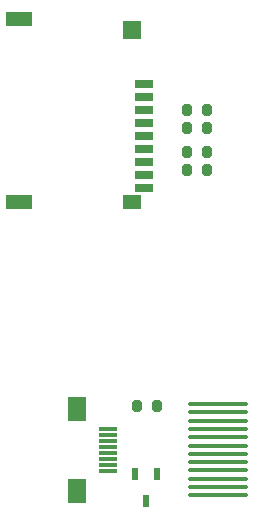
<source format=gbp>
%TF.GenerationSoftware,KiCad,Pcbnew,(6.0.7)*%
%TF.CreationDate,2022-08-03T19:32:55+08:00*%
%TF.ProjectId,Egret,45677265-742e-46b6-9963-61645f706362,rev?*%
%TF.SameCoordinates,Original*%
%TF.FileFunction,Paste,Bot*%
%TF.FilePolarity,Positive*%
%FSLAX46Y46*%
G04 Gerber Fmt 4.6, Leading zero omitted, Abs format (unit mm)*
G04 Created by KiCad (PCBNEW (6.0.7)) date 2022-08-03 19:32:55*
%MOMM*%
%LPD*%
G01*
G04 APERTURE LIST*
G04 Aperture macros list*
%AMRoundRect*
0 Rectangle with rounded corners*
0 $1 Rounding radius*
0 $2 $3 $4 $5 $6 $7 $8 $9 X,Y pos of 4 corners*
0 Add a 4 corners polygon primitive as box body*
4,1,4,$2,$3,$4,$5,$6,$7,$8,$9,$2,$3,0*
0 Add four circle primitives for the rounded corners*
1,1,$1+$1,$2,$3*
1,1,$1+$1,$4,$5*
1,1,$1+$1,$6,$7*
1,1,$1+$1,$8,$9*
0 Add four rect primitives between the rounded corners*
20,1,$1+$1,$2,$3,$4,$5,0*
20,1,$1+$1,$4,$5,$6,$7,0*
20,1,$1+$1,$6,$7,$8,$9,0*
20,1,$1+$1,$8,$9,$2,$3,0*%
G04 Aperture macros list end*
%ADD10RoundRect,0.200000X-0.200000X-0.275000X0.200000X-0.275000X0.200000X0.275000X-0.200000X0.275000X0*%
%ADD11R,0.532000X1.070000*%
%ADD12R,1.500000X0.300000*%
%ADD13R,1.500000X2.000000*%
%ADD14R,1.600000X0.700000*%
%ADD15R,1.500000X1.200000*%
%ADD16R,2.200000X1.200000*%
%ADD17R,1.500000X1.600000*%
%ADD18RoundRect,0.087500X-2.412500X-0.087500X2.412500X-0.087500X2.412500X0.087500X-2.412500X0.087500X0*%
%ADD19RoundRect,0.200000X0.200000X0.275000X-0.200000X0.275000X-0.200000X-0.275000X0.200000X-0.275000X0*%
G04 APERTURE END LIST*
D10*
%TO.C,R20*%
X153705000Y-88388000D03*
X155355000Y-88388000D03*
%TD*%
D11*
%TO.C,Q3*%
X149277333Y-117706100D03*
X151177333Y-117706100D03*
X150227333Y-119976100D03*
%TD*%
D12*
%TO.C,U9*%
X147026333Y-117379100D03*
X147026333Y-116879100D03*
X147026333Y-116379100D03*
X147026333Y-115879100D03*
X147026333Y-115379100D03*
X147026333Y-114879100D03*
X147026333Y-114379100D03*
X147026333Y-113879100D03*
D13*
X144426333Y-112179100D03*
X144426333Y-119079100D03*
%TD*%
D14*
%TO.C,Card1*%
X150080000Y-84670000D03*
X150080000Y-85770000D03*
X150080000Y-86869000D03*
X150080000Y-87970000D03*
X150080000Y-89069000D03*
X150080000Y-90170000D03*
X150080000Y-91269000D03*
X150080000Y-92369000D03*
X150080000Y-93469000D03*
D15*
X149080000Y-94669000D03*
D16*
X139480000Y-94661000D03*
X139480000Y-79161000D03*
D17*
X149080000Y-80061000D03*
%TD*%
D18*
%TO.C,U10*%
X156288333Y-119454100D03*
X156288333Y-118754100D03*
X156288333Y-118054100D03*
X156288333Y-117354100D03*
X156288333Y-116654100D03*
X156288333Y-115954100D03*
X156288333Y-115254100D03*
X156288333Y-114554100D03*
X156288333Y-113854100D03*
X156288333Y-113154100D03*
X156288333Y-112454100D03*
X156288333Y-111754100D03*
%TD*%
D10*
%TO.C,R21*%
X153705000Y-90380000D03*
X155355000Y-90380000D03*
%TD*%
%TO.C,R22*%
X153705000Y-86868000D03*
X155355000Y-86868000D03*
%TD*%
D19*
%TO.C,R18*%
X151148333Y-111889100D03*
X149498333Y-111889100D03*
%TD*%
D10*
%TO.C,R19*%
X153705000Y-91910000D03*
X155355000Y-91910000D03*
%TD*%
M02*

</source>
